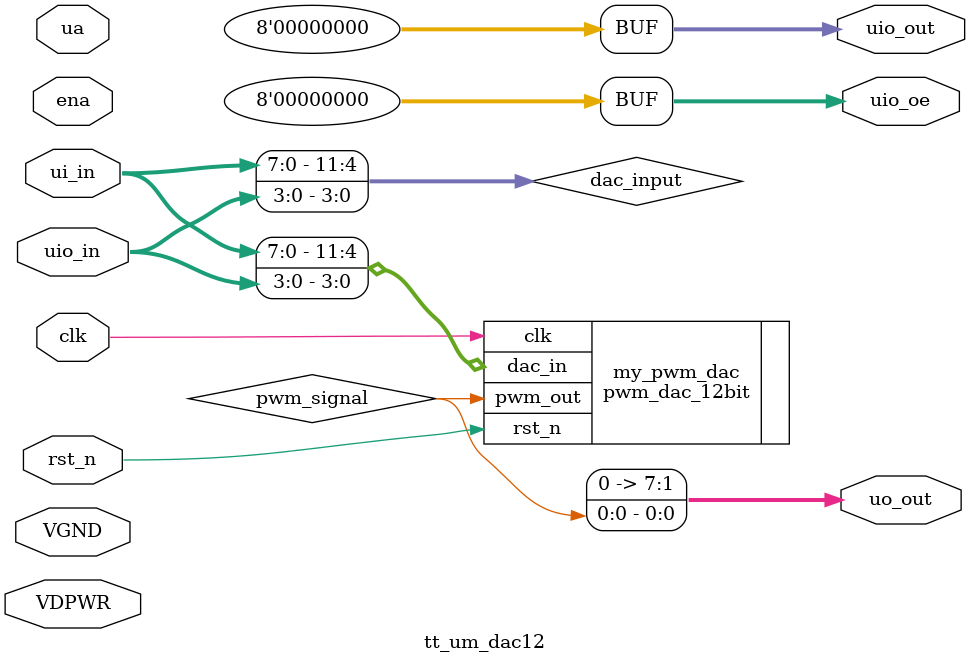
<source format=v>
/*
 * Copyright (c) 2024 Your Name
 * SPDX-License-Identifier: Apache-2.0
 */

`default_nettype none

module tt_um_dac12 (
    input  wire       VGND,
    input  wire       VDPWR,
    input  wire [7:0] ui_in,   // Dedicated inputs [11:4]
    output wire [7:0] uo_out,  // Dedicated outputs
    input  wire [7:0] uio_in,  // IOs: Input path [3:0]
    output wire [7:0] uio_out, // IOs: Output path
    output wire [7:0] uio_oe,  // IOs: Enable path
    inout  wire [7:0] ua,      // Analog pins (unused in this design)
    input  wire       ena,
    input  wire       clk,
    input  wire       rst_n
);

    // --- 12-Bit DAC Implementation ---

    // 1. Combine inputs to form a 12-bit data word.
    //    Using ui_in for the most significant 8 bits and uio_in for the least significant 4 bits.
    wire [11:0] dac_input = {ui_in, uio_in[3:0]};

    // 2. This wire will carry the 1-bit PWM signal from our DAC module.
    wire pwm_signal;

    // 3. Instantiate the 12-bit PWM DAC module.
    pwm_dac_12bit my_pwm_dac (
        .clk(clk),
        .rst_n(rst_n),
        .dac_in(dac_input),
        .pwm_out(pwm_signal)
    );

    // --- Pin Assignments ---

    // 4. Route the PWM signal to a digital output pin.
    assign uo_out[0] = pwm_signal;

    // Tie off all other unused digital outputs to ground.
    assign uo_out[7:1] = 7'b0;
    assign uio_out     = 8'b0;

    // 5. Configure the bidirectional IO pins.
    //    Set uio_oe[3:0] to 0 to use them as inputs.
    //    The rest are also inputs.
    assign uio_oe = 8'b00000000; // All uio pins are inputs

endmodule

</source>
